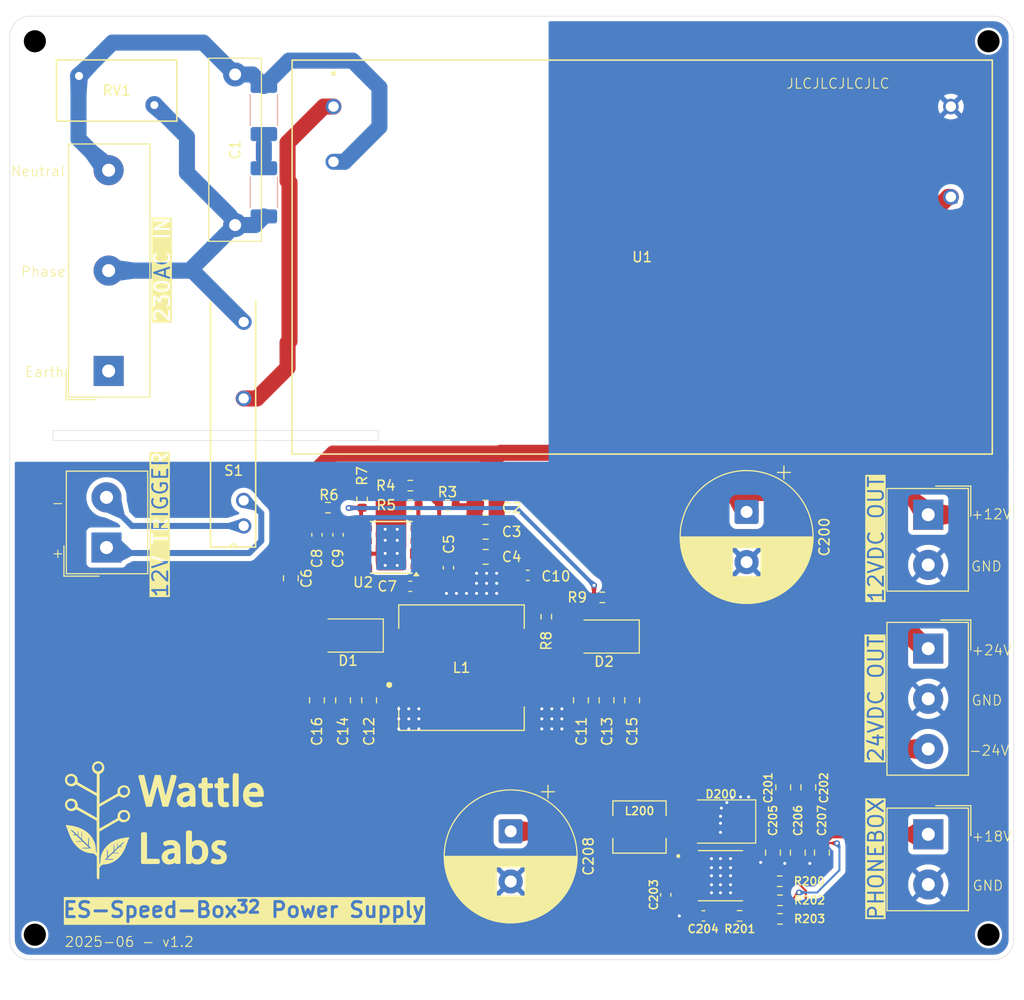
<source format=kicad_pcb>
(kicad_pcb (version 20241229) (generator "pcbnew") (generator_version "9.0")
  (layers (0 "F.Cu" signal) (2 "B.Cu" signal) (13 "F.Paste" user) (15 "B.Paste" user) (5 "F.SilkS" user "F.Silkscreen") (7 "B.SilkS" user "B.Silkscreen") (1 "F.Mask" user) (3 "B.Mask" user) (25 "Edge.Cuts" user))
  (property "DESIGNER" "Colin Williams")
  (property "PROJECT" "ES-Speed-Box^{32} - Power Supply")
  (property "STATUS" "Tested")
  (net 0 "")
  (net 1 "PHASE")
  (net 2 "NEUTRAL")
  (net 3 "GND")
  (net 4 "+24VDC")
  (net 5 "-24VDC")
  (net 6 "+12VDC")
  (net 7 "EARTH")
  (net 8 "PHASE_SWITCHED")
  (net 9 "/Power - Mains Input & 12V Trigger/TRIGGER+")
  (net 10 "/Power - Mains Input & 12V Trigger/TRIGGER-")
  (net 11 "Net-(R1-Pad2)")
  (net 14 "Net-(U2-BOOT)")
  (net 15 "Net-(D1-K)")
  (net 16 "Net-(U2-COMP)")
  (net 17 "Net-(D2-A)")
  (net 18 "Net-(U2-EN)")
  (net 19 "Net-(U2-RT{slash}CLK)")
  (net 20 "Net-(U2-FB)")
  (net 21 "Net-(C8-Pad1)")
  (net 22 "Net-(C10-Pad2)")
  (net 23 "+18VDC")
  (net 24 "Net-(U200-SS)")
  (net 25 "Net-(C204-Pad1)")
  (net 26 "/Power - 18VDC/SW")
  (net 27 "Net-(U200-FREQ)")
  (net 28 "Net-(U200-COMP)")
  (net 29 "Net-(U200-FB)")
  (footprint "Capacitor_SMD:C_0805_2012Metric" (layer "F.Cu") (at 77.8 105.149998 90)
    (property "Reference" "C12")
    (property "Value" "22u")
  )
  (footprint "Capacitor_SMD:C_0603_1608Metric" (layer "F.Cu") (at 81.9 93.8 180)
    (property "Reference" "C7")
    (property "Value" "100n")
  )
  (footprint "Capacitor_SMD:C_0603_1608Metric" (layer "F.Cu") (at 74.7 88.664998 -90)
    (property "Reference" "C9")
    (property "Value" "330p")
  )
  (footprint "Capacitor_SMD:C_0805_2012Metric" (layer "F.Cu") (at 118.025 120.325001 -90)
    (property "Reference" "C205")
    (property "Value" "4.7")
  )
  (footprint "Capacitor_SMD:C_0805_2012Metric" (layer "F.Cu") (at 98.9 105.149999 -90)
    (property "Reference" "C11")
    (property "Value" "22u")
  )
  (footprint "Capacitor_SMD:C_0805_2012Metric" (layer "F.Cu") (at 89.4 90.864998)
    (property "Reference" "C4")
    (property "Value" "22u")
  )
  (footprint "Wattle_Connectors:TerminalBlock_1x05_P5.00mm" (layer "F.Cu") (at 51.85 72.345 90)
    (property "Reference" "J1" (hide yes))
    (property "Value" "230VAC IN" (hide yes))
  )
  (footprint "Capacitor_SMD:C_0805_2012Metric" (layer "F.Cu") (at 89.4 88.364998)
    (property "Reference" "C3")
    (property "Value" "22u")
  )
  (footprint "Capacitor_SMD:C_0805_2012Metric" (layer "F.Cu") (at 70 93 -90)
    (property "Reference" "C6")
    (property "Value" "22u")
  )
  (footprint "Resistor_SMD:R_0603_1608Metric" (layer "F.Cu") (at 81.9 85.714998 180)
    (property "Reference" "R5")
    (property "Value" "412k")
  )
  (footprint "MountingHole:MountingHole_2.2mm_M2" (layer "F.Cu") (at 139.5 128.5)
    (property "Reference" "H4" (hide yes))
    (property "Value" "MountingHole" (hide yes))
  )
  (footprint "Capacitor_SMD:C_0603_1608Metric" (layer "F.Cu") (at 72.6 88.664998 -90)
    (property "Reference" "C8")
    (property "Value" "100n")
  )
  (footprint "Capacitor_SMD:C_0603_1608Metric" (layer "F.Cu") (at 93.6 92.7)
    (property "Reference" "C10")
    (property "Value" "470p")
  )
  (footprint "Wattle_Connectors:TerminalBlock_1x02_P5.00mm" (layer "F.Cu") (at 133.4925 86.6625 -90)
    (property "Reference" "J4" (hide yes))
    (property "Value" "12VDC" (hide yes))
  )
  (footprint "Resistor_SMD:R_0603_1608Metric" (layer "F.Cu") (at 73.7 85.964998 180)
    (property "Reference" "R6")
    (property "Value" "10k")
  )
  (footprint "Package_SO:TI_SO-PowerPAD-8_ThermalVias" (layer "F.Cu") (at 80 89.914998 180)
    (property "Reference" "U2")
    (property "Value" "TPS54340DDA")
  )
  (footprint "Wattle_Connectors:TerminalBlock_1x02_P5.00mm" (layer "F.Cu") (at 133.5 118.5 -90)
    (property "Reference" "J5" (hide yes))
    (property "Value" "18VDC" (hide yes))
  )
  (footprint "Capacitor_THT:C_Rect_L18.0mm_W5.0mm_P15.00mm_FKS3_FKP3" (layer "F.Cu") (at 64.45 57.8075 90)
    (property "Reference" "C1")
    (property "Value" "10n")
  )
  (footprint "Wattle_Inductors:Bournes_SRP5030T-100M" (layer "F.Cu") (at 104.73 117.775)
    (property "Reference" "L200")
    (property "Value" "10uH")
  )
  (footprint "Resistor_SMD:R_0603_1608Metric" (layer "F.Cu") (at 118.725 126.925)
    (property "Reference" "R203")
    (property "Value" "16.2k")
  )
  (footprint "Capacitor_THT:CP_Radial_D13.0mm_P5.00mm" (layer "F.Cu") (at 91.9 118.2 -90)
    (property "Reference" "C208")
    (property "Value" "1000u")
  )
  (footprint "LOGO" (layer "F.Cu") (at 57.4 117.1)
    (property "Reference" "G***" (hide yes))
    (property "Value" "LOGO" (hide yes))
  )
  (footprint "Resistor_SMD:R_0603_1608Metric" (layer "F.Cu") (at 118.7 123.175)
    (property "Reference" "R200")
    (property "Value" "105k")
  )
  (footprint "Resistor_SMD:R_0603_1608Metric" (layer "F.Cu") (at 95.45 96.825 -90)
    (property "Reference" "R8")
    (property "Value" "100")
  )
  (footprint "Diode_SMD:D_SMA" (layer "F.Cu") (at 101.2 98.8 180)
    (property "Reference" "D2")
    (property "Value" "B360A")
  )
  (footprint "Resistor_SMD:R_0603_1608Metric" (layer "F.Cu") (at 118.725 125.075 180)
    (property "Reference" "R202")
    (property "Value" "221k")
  )
  (footprint "MountingHole:MountingHole_2.2mm_M2" (layer "F.Cu") (at 44.5 128.5)
    (property "Reference" "H2" (hide yes))
    (property "Value" "MountingHole" (hide yes))
  )
  (footprint "Resistor_SMD:R_0603_1608Metric" (layer "F.Cu") (at 77.1 85.139998 -90)
    (property "Reference" "R7")
    (property "Value" "2k")
  )
  (footprint "Capacitor_SMD:C_0805_2012Metric" (layer "F.Cu") (at 121.55 113.825 -90)
    (property "Reference" "C202")
    (property "Value" "10u")
  )
  (footprint "Wattle_Regulators:TPS61175" (layer "F.Cu") (at 112.8 122.625)
    (property "Reference" "U200" (hide yes))
    (property "Value" "TPS61175PWPR")
  )
  (footprint "Diode_SMD:D_SMA" (layer "F.Cu") (at 75.7 98.699998 180)
    (property "Reference" "D1")
    (property "Value" "B360A")
  )
  (footprint "Wattle_Relays:AQG22212" (layer "F.Cu") (at 64.25 77.635 180)
    (property "Reference" "S1")
    (property "Value" "AQG22212")
  )
  (footprint "Capacitor_THT:CP_Radial_D13.0mm_P5.00mm" (layer "F.Cu") (at 115.4 86.384785 -90)
    (property "Reference" "C200")
    (property "Value" "1000u")
  )
  (footprint "Capacitor_SMD:C_0603_1608Metric" (layer "F.Cu") (at 107.35 124.525 -90)
    (property "Reference" "C203")
    (property "Value" "47n")
  )
  (footprint "Resistor_SMD:R_0603_1608Metric" (layer "F.Cu") (at 114.7 126.625 180)
    (property "Reference" "R201")
    (property "Value" "3.83k")
  )
  (footprint "Wattle_Power:IRM-30-12" (layer "F.Cu") (at 74.249998 46.005501)
    (property "Reference" "U1")
    (property "Value" "IRM-30-12")
  )
  (footprint "Resistor_SMD:R_0603_1608Metric" (layer "F.Cu") (at 85.6 85.714998 180)
    (property "Reference" "R3")
    (property "Value" "280k")
  )
  (footprint "Capacitor_SMD:C_0805_2012Metric" (layer "F.Cu") (at 101.45 105.149999 -90)
    (property "Reference" "C13")
    (property "Value" "22u")
  )
  (footprint "Capacitor_SMD:C_0805_2012Metric" (layer "F.Cu") (at 89.4 85.964998)
    (property "Reference" "C2")
    (property "Value" "22u")
  )
  (footprint "Varistor:RV_Disc_D12mm_W6.1mm_P7.5mm" (layer "F.Cu") (at 56.4 45.8575 180)
    (property "Reference" "RV1")
    (property "Value" "10D561")
  )
  (footprint "Capacitor_SMD:C_0805_2012Metric" (layer "F.Cu") (at 122.9 120.325001 -90)
    (property "Reference" "C207")
    (property "Value" "4.7")
  )
  (footprint "Capacitor_SMD:C_0603_1608Metric" (layer "F.Cu") (at 85.7 91.939998 -90)
    (property "Reference" "C5")
    (property "Value" "100n")
  )
  (footprint "Wattle_Connectors:TerminalBlock_1x02_P5.00mm" (layer "F.Cu") (at 51.6366 89.9323 90)
    (property "Reference" "J2" (hide yes))
    (property "Value" "12V Trigger Input" (hide yes))
  )
  (footprint "Capacitor_SMD:C_0805_2012Metric" (layer "F.Cu") (at 72.6 105.149998 90)
    (property "Reference" "C16")
    (property "Value" "22u")
  )
  (footprint "Resistor_SMD:R_0603_1608Metric" (layer "F.Cu") (at 81.9 83.764998 180)
    (property "Reference" "R4")
    (property "Value" "49.9k")
  )
  (footprint "Capacitor_SMD:C_0805_2012Metric" (layer "F.Cu") (at 75.2 105.149998 90)
    (property "Reference" "C14")
    (property "Value" "22u")
  )
  (footprint "Wattle_Connectors:TerminalBlock_1x03_P5.00mm" (layer "F.Cu") (at 133.4925 100 -90)
    (property "Reference" "J3" (hide yes))
    (property "Value" "DC OUT" (hide yes))
  )
  (footprint "MountingHole:MountingHole_2.2mm_M2" (layer "F.Cu") (at 44.5 39.5)
    (property "Reference" "H1" (hide yes))
    (property "Value" "MountingHole" (hide yes))
  )
  (footprint "Wattle_Inductors:Bournes_SRF1260-330M" (layer "F.Cu") (at 87 101.899998 90)
    (property "Reference" "L1")
    (property "Value" "2x33uH")
  )
  (footprint "Capacitor_SMD:C_0805_2012Metric" (layer "F.Cu") (at 119.05 113.825 -90)
    (property "Reference" "C201")
    (property "Value" "10u")
  )
  (footprint "Capacitor_SMD:C_0805_2012Metric" (layer "F.Cu") (at 104 105.149999 -90)
    (property "Reference" "C15")
    (property "Value" "22u")
  )
  (footprint "Diode_SMD:D_SMB" (layer "F.Cu") (at 112.65 117.225 180)
    (property "Reference" "D200")
    (property "Value" "B360B-13-F")
  )
  (footprint "Capacitor_SMD:C_0805_2012Metric" (layer "F.Cu") (at 120.5 120.325001 -90)
    (property "Reference" "C206")
    (property "Value" "4.7")
  )
  (footprint "Resistor_SMD:R_0603_1608Metric" (layer "F.Cu") (at 101.025 94.9)
    (property "Reference" "R9")
    (property "Value" "118k")
  )
  (footprint "MountingHole:MountingHole_2.2mm_M2" (layer "F.Cu") (at 139.5 39.5)
    (property "Reference" "H3" (hide yes))
    (property "Value" "MountingHole" (hide yes))
  )
  (footprint "Capacitor_SMD:C_0603_1608Metric" (layer "F.Cu") (at 111.1 126.625 180)
    (property "Reference" "C204")
    (property "Value" "15n")
  )
  (footprint "Resistor_SMD:R_2010_5025Metric_Pad1.40x2.65mm_HandSolder" (layer "B.Cu") (at 67.3125 46.345 90)
    (property "Reference" "R2" (hide yes))
    (property "Value" "2M")
  )
  (footprint "Resistor_SMD:R_2010_5025Metric_Pad1.40x2.65mm_HandSolder" (layer "B.Cu") (at 67.3125 54.545 90)
    (property "Reference" "R1" (hide yes))
    (property "Value" "2M")
  )
  (gr_arc (start 42 39) (mid 42.585786 37.585786) (end 44 37) (stroke (width 0.05)) (layer "Edge.Cuts"))
  (gr_line (start 42 129) (end 42 39) (stroke (width 0.05)) (layer "Edge.Cuts"))
  (gr_arc (start 142 129) (mid 141.414214 130.414214) (end 140 131) (stroke (width 0.05)) (layer "Edge.Cuts"))
  (gr_arc (start 140 37) (mid 141.414214 37.585786) (end 142 39) (stroke (width 0.05)) (layer "Edge.Cuts"))
  (gr_poly (pts (xy 46.3041 78.2698) (xy 78.7041 78.2698) (xy 78.7041 79.2698) (xy 46.3041 79.2698)) (stroke (width 0.05)) (fill no) (layer "Edge.Cuts"))
  (gr_line (start 140 131) (end 44 131) (stroke (width 0.05)) (layer "Edge.Cuts"))
  (gr_line (start 44 37) (end 140 37) (stroke (width 0.05)) (layer "Edge.Cuts"))
  (gr_arc (start 44 131) (mid 42.585786 130.414214) (end 42 129) (stroke (width 0.05)) (layer "Edge.Cuts"))
  (gr_line (start 142 39) (end 142 129) (stroke (width 0.05)) (layer "Edge.Cuts"))
  (gr_text "+" (at 46.1041 91.0698 0) (layer "F.SilkS") (effects (font (size 1 1) (thickness 0.1)) (justify left bottom)))
  (gr_text "GND" (at 137.85 124.2 0) (layer "F.SilkS") (effects (font (size 1 1) (thickness 0.1)) (justify left bottom)))
  (gr_text "+18V" (at 137.75 119.3 0) (layer "F.SilkS") (effects (font (size 1 1) (thickness 0.1)) (justify left bottom)))
  (gr_text "+12V" (at 137.7 87.2 0) (layer "F.SilkS") (effects (font (size 1 1) (thickness 0.1)) (justify left bottom)))
  (gr_text "+24V" (at 137.75 100.75 0) (layer "F.SilkS") (effects (font (size 1 1) (thickness 0.1)) (justify left bottom)))
  (gr_text "-24V" (at 137.5 110.75 0) (layer "F.SilkS") (effects (font (size 1 1) (thickness 0.1)) (justify left bottom)))
  (gr_text "-" (at 46.1041 86.0698 0) (layer "F.SilkS") (effects (font (size 1 1) (thickness 0.1)) (justify left bottom)))
  (gr_text "ES-Speed-Box^{32} Power Supply" (at 47.15 126.9 0) (layer "F.SilkS" knockout) (effects (font (size 1.5 1.5) (thickness 0.3) (bold yes)) (justify left bottom)))
  (gr_text "Phase" (at 43.05 63.035 0) (layer "F.SilkS") (effects (font (size 1 1) (thickness 0.1)) (justify left bottom)))
  (gr_text "Neutral" (at 42.05 53.035 0) (layer "F.SilkS") (effects (font (size 1 1) (thickness 0.1)) (justify left bottom)))
  (gr_text "2025-06 - v1.2" (at 47.4 129.8 0) (layer "F.SilkS") (effects (font (size 1 1) (thickness 0.1)) (justify left bottom)))
  (gr_text "GND" (at 137.75 105.75 0) (layer "F.SilkS") (effects (font (size 1 1) (thickness 0.1)) (justify left bottom)))
  (gr_text "JLCJLCJLCJLC" (at 119.3 44.3 0) (layer "F.SilkS") (effects (font (size 1 1) (thickness 0.1)) (justify left bottom)))
  (gr_text "GND" (at 137.7 92.4 0) (layer "F.SilkS") (effects (font (size 1 1) (thickness 0.1)) (justify left bottom)))
  (gr_text "Earth" (at 43.45 73.035 0) (layer "F.SilkS") (effects (font (size 1 1) (thickness 0.1)) (justify left bottom)))
  (segment (start 65.3041 67.4623) (end 60.1868 62.345) (width 1.6) (layer "B.Cu") (net 1))
  (segment (start 59.9125 62.345) (end 64.45 57.8075) (width 1.6) (layer "B.Cu") (net 1))
  (segment (start 64.45 57.8075) (end 66.45 57.8075) (width 1.6) (layer "B.Cu") (net 1))
  (segment (start 59.65 49.035) (end 59.65 52.6075) (width 1.6) (layer "B.Cu") (net 1))
  (segment (start 56.4725 45.8575) (end 59.65 49.035) (width 1.6) (layer "B.Cu") (net 1))
  (segment (start 60.1868 62.345) (end 51.85 62.345) (width 1.6) (layer "B.Cu") (net 1))
  (segment (start 51.96 62.345) (end 59.9125 62.345) (width 1.6) (layer "B.Cu") (net 1))
  (segment (start 56.4 45.8575) (end 56.4725 45.8575) (width 1.6) (layer "B.Cu") (net 1))
  (segment (start 66.45 57.8075) (end 67.3125 56.945) (width 1.6) (layer "B.Cu") (net 1))
  (segment (start 59.65 52.6075) (end 63.95 56.9075) (width 1.6) (layer "B.Cu") (net 1))
  (segment (start 78.825698 48.025392) (end 78.825698 44.110184) (width 1.6) (layer "B.Cu") (net 2))
  (segment (start 48.9 42.9575) (end 48.85 43.0075) (width 1.6) (layer "B.Cu") (net 2))
  (segment (start 69.827699 41.429801) (end 67.3125 43.945) (width 1.6) (layer "B.Cu") (net 2))
  (segment (start 74.249998 51.505501) (end 75.345589 51.505501) (width 1.6) (layer "B.Cu") (net 2))
  (segment (start 48.85 43.0075) (end 48.85 49.234999) (width 1.6) (layer "B.Cu") (net 2))
  (segment (start 78.825698 44.110184) (end 76.145315 41.429801) (width 1.6) (layer "B.Cu") (net 2))
  (segment (start 48.85 49.234999) (end 51.96 52.344999) (width 1.6) (layer "B.Cu") (net 2))
  (segment (start 75.345589 51.505501) (end 78.825698 48.025392) (width 1.6) (layer "B.Cu") (net 2))
  (segment (start 61.2775 39.635) (end 52.2225 39.635) (width 1.6) (layer "B.Cu") (net 2))
  (segment (start 64.45 42.8075) (end 61.2775 39.635) (width 1.6) (layer "B.Cu") (net 2))
  (segment (start 52.2225 39.635) (end 48.9 42.9575) (width 1.6) (layer "B.Cu") (net 2))
  (segment (start 66.175 42.8075) (end 67.3125 43.945) (width 1.6) (layer "B.Cu") (net 2))
  (segment (start 64.45 42.8075) (end 66.175 42.8075) (width 1.6) (layer "B.Cu") (net 2))
  (segment (start 76.145315 41.429801) (end 69.827699 41.429801) (width 1.6) (layer "B.Cu") (net 2))
  (segment (start 119.55 126.925) (end 118.774 127.701) (width 0.2) (layer "F.Cu") (net 3))
  (segment (start 92.185002 92.7) (end 90.35 90.864998) (width 0.4) (layer "F.Cu") (net 3))
  (segment (start 111.401 127.701) (end 110.325 126.625) (width 0.2) (layer "F.Cu") (net 3))
  (segment (start 116.8 127.701) (end 111.401 127.701) (width 0.2) (layer "F.Cu") (net 3))
  (segment (start 123.225 121.6) (end 122.9 121.275) (width 0.4) (layer "F.Cu") (net 3))
  (segment (start 113.936578 114.836578) (end 113.436578 115.336578) (width 0.8) (layer "F.Cu") (net 3))
  (segment (start 114.8 114.774999) (end 113.998158 114.774999) (width 0.8) (layer "F.Cu") (net 3))
  (segment (start 108.075 124.575) (end 107.35 125.3) (width 0.2) (layer "F.Cu") (net 3))
  (segment (start 108.7 126.625) (end 108.675 126.625) (width 0.2) (layer "F.Cu") (net 3))
  (segment (start 120.35 123.175) (end 121.3 124.125) (width 0.2) (layer "F.Cu") (net 3))
  (segment (start 113.998158 114.774999) (end 113.936578 114.836578) (width 0.8) (layer "F.Cu") (net 3))
  (segment (start 108.675 126.625) (end 107.35 125.3) (width 0.2) (layer "F.Cu") (net 3))
  (segment (start 119.05 114.774999) (end 115.6 114.774999) (width 0.8) (layer "F.Cu") (net 3))
  (segment (start 112.8 115.973157) (end 112.8 116.7) (width 0.8) (layer "F.Cu") (net 3))
  (segment (start 113.436578 115.336578) (end 112.886578 115.886578) (width 0.8) (layer "F.Cu") (net 3))
  (segment (start 112.8 117.4) (end 112.8 118.3) (width 0.8) (layer "F.Cu") (net 3))
  (segment (start 121.55 114.774999) (end 119.05 114.774999) (width 0.8) (layer "F.Cu") (net 3))
  (segment (start 115.6 114.774999) (end 114.8 114.774999) (width 0.8) (layer "F.Cu") (net 3))
  (segment (start 112.8 118.3) (end 112.8 121.825) (width 0.8) (layer "F.Cu") (net 3))
  (segment (start 120.4 126.925) (end 119.55 126.925) (width 0.2) (layer "F.Cu") (net 3))
  (segment (start 121.3 124.125) (end 121.3 126.025) (width 0.2) (layer "F.Cu") (net 3))
  (segment (start 112.886578 115.886578) (end 112.8 115.973157) (width 0.8) (layer "F.Cu") (net 3))
  (segment (start 119.525 123.175) (end 120.35 123.175) (width 0.2) (layer "F.Cu") (net 3))
  (segment (start 110.325 126.625) (end 108.7 126.625) (width 0.2) (layer "F.Cu") (net 3))
  (segment (start 112.8 116.7) (end 112.8 117.4) (width 0.8) (layer "F.Cu") (net 3))
  (segment (start 110 123.925) (end 110 124.575) (width 0.2) (layer "F.Cu") (net 3))
  (segment (start 110 124.575) (end 108.075 124.575) (width 0.2) (layer "F.Cu") (net 3))
  (segment (start 118.774 127.701) (end 116.8 127.701) (width 0.2) (layer "F.Cu") (net 3))
  (segment (start 121.3 126.025) (end 120.4 126.925) (width 0.2) (layer "F.Cu") (net 3))
  (segment (start 92.825 92.7) (end 92.185002 92.7) (width 0.4) (layer "F.Cu") (net 3))
  (via (at 112.886578 115.886578) (size 0.6) (drill 0.3) (layers "F.Cu" "B.Cu") (net 3))
  (via (at 85.5 94.5) (size 0.6) (drill 0.3) (layers "F.Cu" "B.Cu") (net 3))
  (via (at 96 106) (size 0.6) (drill 0.3) (layers "F.Cu" "B.Cu") (net 3))
  (via (at 112.8 124.325) (size 0.6) (drill 0.3) (layers "F.Cu" "B.Cu") (net 3))
  (via (at 111.9 120.925) (size 0.6) (drill 0.3) (layers "F.Cu" "B.Cu") (net 3))
  (via (at 115.6 114.774999) (size 0.6) (drill 0.3) (layers "F.Cu" "B.Cu") (net 3))
  (via (at 80.75 106) (size 0.6) (drill 0.3) (layers "F.Cu" "B.Cu") (net 3))
  (via (at 90.5 94.5) (size 0.6) (drill 0.3) (layers "F.Cu" "B.Cu") (net 3))
  (via (at 88.5 92.5) (size 0.6) (drill 0.3) (layers "F.Cu" "B.Cu") (net 3))
  (via (at 81.75 107) (size 0.6) (drill 0.3) (layers "F.Cu" "B.Cu") (net 3))
  (via (at 112.8 122.625) (size 0.6) (drill 0.3) (layers "F.Cu" "B.Cu") (net 3))
  (via (at 95 106) (size 0.6) (drill 0.3) (layers "F.Cu" "B.Cu") (net 3))
  (via (at 80.75 107) (size 0.6) (drill 0.3) (layers "F.Cu" "B.Cu") (net 3))
  (via (at 88.5 93.5) (size 0.6) (drill 0.3) (layers "F.Cu" "B.Cu") (net 3))
  (via (at 89.5 92.5) (size 0.6) (drill 0.3) (layers "F.Cu" "B.Cu") (net 3))
  (via (at 95 108) (size 0.6) (drill 0.3) (layers "F.Cu" "B.Cu") (net 3))
  (via (at 113.936578 114.836578) (size 0.6) (drill 0.3) (layers "F.Cu" "B.Cu") (net 3))
  (via (at 111.9 122.625) (size 0.6) (drill 0.3) (layers "F.Cu" "B.Cu") (net 3))
  (via (at 112.8 121.825) (size 0.6) (drill 0.3) (layers "F.Cu" "B.Cu") (net 3))
  (via (at 86.5 94.5) (size 0.6) (drill 0.3) (layers "F.Cu" "B.Cu") (net 3))
  (via (at 90.5 93.5) (size 0.6) (drill 0.3) (layers "F.Cu" "B.Cu") (net 3))
  (via (at 95 107) (size 0.6) (drill 0.3) (layers "F.Cu" "B.Cu") (net 3))
  (via (at 108.7 126.625) (size 0.6) (drill 0.3) (layers "F.Cu" "B.Cu") (net 3))
  (via (at 121.7 121.4) (size 0.6) (drill 0.3) (layers "F.Cu" "B.Cu") (net 3))
  (via (at 111.9 124.325) (size 0.6) (drill 0.3) (layers "F.Cu" "B.Cu") (net 3))
  (via (at 97 106) (size 0.6) (drill 0.3) (layers "F.Cu" "B.Cu") (net 3))
  (via (at 111.9 121.825) (size 0.6) (drill 0.3) (layers "F.Cu" "B.Cu") (net 3))
  (via (at 97 107) (size 0.6) (drill 0.3) (layers "F.Cu" "B.Cu") (net 3))
  (via (at 112.8 117.4) (size 0.6) (drill 0.3) (layers "F.Cu" "B.Cu") (net 3))
  (via (at 81.75 106) (size 0.6) (drill 0.3) (layers "F.Cu" "B.Cu") (net 3))
  (via (at 82.75 108) (size 0.6) (drill 0.3) (layers "F.Cu" "B.Cu") (net 3))
  (via (at 113.8 121.825) (size 0.6) (drill 0.3) (layers "F.Cu" "B.Cu") (net 3))
  (via (at 96 108) (size 0.6) (drill 0.3) (layers "F.Cu" "B.Cu") (net 3))
  (via (at 114.8 114.774999) (size 0.6) (drill 0.3) (layers "F.Cu" "B.Cu") (net 3))
  (via (at 89.5 93.5) (size 0.6) (drill 0.3) (layers "F.Cu" "B.Cu") (net 3))
  (via (at 81.75 108) (size 0.6) (drill 0.3) (layers "F.Cu" "B.Cu") (net 3))
  (via (at 119.2 121.4) (size 0.6) (drill 0.3) (layers "F.Cu" "B.Cu") (net 3))
  (via (at 96 107) (size 0.6) (drill 0.3) (layers "F.Cu" "B.Cu") (net 3))
  (via (at 113.8 124.325) (size 0.6) (drill 0.3) (layers "F.Cu" "B.Cu") (net 3))
  (via (at 80.75 108) (size 0.6) (drill 0.3) (layers "F.Cu" "B.Cu") (net 3))
  (via (at 113.436578 115.336578) (size 0.6) (drill 0.3) (layers "F.Cu" "B.Cu") (net 3))
  (via (at 89.5 94.5) (size 0.6) (drill 0.3) (layers "F.Cu" "B.Cu") (net 3))
  (via (at 112.8 120.925) (size 0.6) (drill 0.3) (layers "F.Cu" "B.Cu") (net 3))
  (via (at 97 108) (size 0.6) (drill 0.3) (layers "F.Cu" "B.Cu") (net 3))
  (via (at 113.8 123.525) (size 0.6) (drill 0.3) (layers "F.Cu" "B.Cu") (net 3))
  (via (at 112.8 118.3) (size 0.6) (drill 0.3) (layers "F.Cu" "B.Cu") (net 3))
  (via (at 82.75 106) (size 0.6) (drill 0.3) (layers "F.Cu" "B.Cu") (net 3))
  (via (at 113.8 120.925) (size 0.6) (drill 0.3) (layers "F.Cu" "B.Cu") (net 3))
  (via (at 113.8 122.625) (size 0.6) (drill 0.3) (layers "F.Cu" "B.Cu") (net 3))
  (via (at 112.8 116.7) (size 0.6) (drill 0.3) (layers "F.Cu" "B.Cu") (net 3))
  (via (at 112.8 123.525) (size 0.6) (drill 0.3) (layers "F.Cu" "B.Cu") (net 3))
  (via (at 87.5 94.5) (size 0.6) (drill 0.3) (layers "F.Cu" "B.Cu") (net 3))
  (via (at 116.8 121.3) (size 0.6) (drill 0.3) (layers "F.Cu" "B.Cu") (net 3))
  (via (at 111.9 123.525) (size 0.6) (drill 0.3) (layers "F.Cu" "B.Cu") (net 3))
  (via (at 82.75 107) (size 0.6) (drill 0.3) (layers "F.Cu" "B.Cu") (net 3))
  (via (at 88.5 94.5) (size 0.6) (drill 0.3) (layers "F.Cu" "B.Cu") (net 3))
  (via (at 90.5 92.5) (size 0.6) (drill 0.3) (layers "F.Cu" "B.Cu") (net 3))
  (segment (start 103.5 98.5) (end 131.9925 98.5) (width 1.6) (layer "F.Cu") (net 4))
  (segment (start 101.85 95.55) (end 103.2 96.9) (width 0.4) (layer "F.Cu") (net 4))
  (segment (start 103.2 96.9) (end 103.2 98.8) (width 0.4) (layer "F.Cu") (net 4))
  (segment (start 103.2 98.8) (end 103.5 98.5) (width 1.6) (layer "F.Cu") (net 4))
  (segment (start 131.9925 98.5) (end 133.4925 100) (width 1.6) (layer "F.Cu") (net 4))
  (segment (start 101.85 94.9) (end 101.85 95.55) (width 0.4) (layer "F.Cu") (net 4))
  (segment (start 80.525 84.314998) (end 81.075 83.764998) (width 0.4) (layer "F.Cu") (net 5))
  (segment (start 77.1 84.314998) (end 80.525 84.314998) (width 0.4) (layer "F.Cu") (net 5))
  (segment (start 68 108) (end 68 101.199998) (width 1.6) (layer "F.Cu") (net 5))
  (segment (start 79.365 90.549998) (end 80 89.914998) (width 0.4) (layer "F.Cu") (net 5))
  (segment (start 133.4925 110) (end 70 110) (width 1.6) (layer "F.Cu") (net 5))
  (segment (start 70.5 98.699998) (end 73.7 98.699998) (width 1.6) (layer "F.Cu") (net 5))
  (segment (start 77.3 90.549998) (end 79.365 90.549998) (width 0.4) (layer "F.Cu") (net 5))
  (segment (start 68 101.199998) (end 70.5 98.699998) (width 1.6) (layer "F.Cu") (net 5))
  (segment (start 70 110) (end 68 108) (width 1.6) (layer "F.Cu") (net 5))
  (segment (start 105.075 112.7) (end 99.575 118.2) (width 1.6) (layer "F.Cu") (net 6))
  (segment (start 116.9 84.5) (end 114.055503 84.5) (width 1.6) (layer "F.Cu") (net 6))
  (segment (start 137.3625 86.6625) (end 133.4925 86.6625) (width 1.6) (layer "F.Cu") (net 6))
  (segment (start 102.31 117.515) (end 102.31 115.465) (width 1.6) (layer "F.Cu") (net 6))
  (segment (start 110.155503 80.344497) (end 110.155503 80.6) (width 1.6) (layer "F.Cu") (net 6))
  (segment (start 90.8292 80.5708) (end 88.45 82.95) (width 1.6) (layer "F.Cu") (net 6))
  (segment (start 102.31 117.515) (end 102.31 117.775) (width 0.2) (layer "F.Cu") (net 6))
  (segment (start 115.8 86.6) (end 115.8 86.244497) (width 1.6) (layer "F.Cu") (net 6))
  (segment (start 99.575 118.2) (end 91.9 118.2) (width 1.6) (layer "F.Cu") (net 6))
  (segment (start 110 122.625) (end 110 121.975) (width 0.2) (layer "F.Cu") (net 6))
  (segment (start 110 121.975) (end 106.51 121.975) (width 0.3) (layer "F.Cu") (net 6))
  (segment (start 105.1 112.7) (end 122.258951 112.7) (width 1.6) (layer "F.Cu") (net 6))
  (segment (start 86.425 85.714998) (end 88.2 85.714998) (width 0.4) (layer "F.Cu") (net 6))
  (segment (start 135.750002 55.005501) (end 135.494499 55.005501) (width 1.6) (layer "F.Cu") (net 6))
  (segment (start 115.8 86.244497) (end 114.055503 84.5) (width 1.6) (layer "F.Cu") (net 6))
  (segment (start 70 84.8) (end 70 92.050001) (width 1.6) (layer "F.Cu") (net 6))
  (segment (start 88.2 85.714998) (end 88.45 85.964998) (width 0.4) (layer "F.Cu") (net 6))
  (segment (start 131.33 84.5) (end 116.9 84.5) (width 1.6) (layer "F.Cu") (net 6))
  (segment (start 122.258951 112.7) (end 123.476 113.917049) (width 1.6) (layer "F.Cu") (net 6))
  (segment (start 88.45 82.95) (end 88.45 85.964998) (width 1.6) (layer "F.Cu") (net 6))
  (segment (start 137.825 114) (end 139.7 112.125) (width 1.6) (layer "F.Cu") (net 6))
  (segment (start 123.476 114) (end 137.825 114) (width 1.6) (layer "F.Cu") (net 6))
  (segment (start 105.075 112.7) (end 105.1 112.7) (width 1.6) (layer "F.Cu") (net 6))
  (segment (start 102.31 115.465) (end 105.075 112.7) (width 1.6) (layer "F.Cu") (net 6))
  (segment (start 90.9 80.5) (end 90.8292 80.5708) (width 1.6) (layer "F.Cu") (net 6))
  (segment (start 90.8292 80.5708) (end 74.2292 80.5708) (width 1.6) (layer "F.Cu") (net 6))
  (segment (start 106.51 121.975) (end 102.31 117.775) (width 0.3) (layer "F.Cu") (net 6))
  (segment (start 133.4925 86.6625) (end 131.33 84.5) (width 1.6) (layer "F.Cu") (net 6))
  (segment (start 114.055503 84.5) (end 110.155503 80.6) (width 1.6) (layer "F.Cu") (net 6))
  (segment (start 110.155503 80.6) (end 110.055503 80.5) (width 1.6) (layer "F.Cu") (net 6))
  (segment (start 110.055503 80.5) (end 90.9 80.5) (width 1.6) (layer "F.Cu") (net 6))
  (segment (start 139.7 89) (end 137.3625 86.6625) (width 1.6) (layer "F.Cu") (net 6))
  (segment (start 74.2292 80.5708) (end 70 84.8) (width 1.6) (layer "F.Cu") (net 6))
  (segment (start 135.494499 55.005501) (end 110.155503 80.344497) (width 1.6) (layer "F.Cu") (net 6))
  (segment (start 139.7 112.125) (end 139.7 89) (width 1.6) (layer "F.Cu") (net 6))
  (segment (start 123.476 113.917049) (end 123.476 114) (width 1.6) (layer "F.Cu") (net 6))
  (segment (start 136.237501 55.493) (end 135.750002 55.005501) (width 0.4) (layer "B.Cu") (net 6))
  (segment (start 69.8671 53.59362) (end 69.8671 69.352357) (width 1.6) (layer "F.Cu") (net 8))
  (segment (start 66.6109 75.0823) (end 65.3041 75.0823) (width 1.6) (layer "F.Cu") (net 8))
  (segment (start 69.8671 69.352357) (end 69.674298 69.545159) (width 1.6) (layer "F.Cu") (net 8))
  (segment (start 69.674298 72.018902) (end 66.6109 75.0823) (width 1.6) (layer "F.Cu") (net 8))
  (segment (start 69.674298 53.400818) (end 69.8671 53.59362) (width 1.6) (layer "F.Cu") (net 8))
  (segment (start 73.278981 46.005501) (end 69.674298 49.610184) (width 1.6) (layer "F.Cu") (net 8))
  (segment (start 69.674298 69.545159) (end 69.674298 72.018902) (width 1.6) (layer "F.Cu") (net 8))
  (segment (start 69.674298 49.610184) (end 69.674298 53.400818) (width 1.6) (layer "F.Cu") (net 8))
  (segment (start 74.249998 46.005501) (end 73.278981 46.005501) (width 1.6) (layer "F.Cu") (net 8))
  (segment (start 67.0541 89.278515) (end 65.852814 90.479801) (width 0.6) (layer "B.Cu") (net 9))
  (segment (start 65.3041 85.2423) (end 65.7766 85.2423) (width 0.2) (layer "B.Cu") (net 9))
  (segment (start 65.7766 85.2423) (end 67.0541 86.5198) (width 0.6) (layer "B.Cu") (net 9))
  (segment (start 65.852814 90.479801) (end 51.8666 90.479801) (width 0.6) (layer "B.Cu") (net 9))
  (segment (start 67.0541 86.5198) (end 67.0541 89.278515) (width 0.6) (layer "B.Cu") (net 9))
  (segment (start 65.3041 87.7823) (end 54.169099 87.7823) (width 0.6) (layer "B.Cu") (net 10))
  (segment (start 54.169099 87.7823) (end 51.8666 85.479801) (width 0.6) (layer "B.Cu") (net 10))
  (segment (start 67.3125 49.745) (end 67.3125 51.145) (width 1.6) (layer "B.Cu") (net 11))
  (segment (start 82.675 93.8) (end 82.675 91.844998) (width 0.4) (layer "F.Cu") (net 14))
  (segment (start 82.675 91.844998) (end 82.7 91.819998) (width 0.4) (layer "F.Cu") (net 14))
  (segment (start 74.525 85.964998) (end 74.525 87.714998) (width 0.4) (layer "F.Cu") (net 16))
  (segment (start 76.565 89.279998) (end 77.3 89.279998) (width 0.4) (layer "F.Cu") (net 16))
  (segment (start 74.7 87.889998) (end 75.175 87.889998) (width 0.4) (layer "F.Cu") (net 16))
  (segment (start 74.525 87.714998) (end 74.7 87.889998) (width 0.4) (layer "F.Cu") (net 16))
  (segment (start 75.175 87.889998) (end 76.565 89.279998) (width 0.4) (layer "F.Cu") (net 16))
  (segment (start 83.875 89.279998) (end 82.7 89.279998) (width 0.4) (layer "F.Cu") (net 18))
  (segment (start 84.775 88.379998) (end 83.875 89.279998) (width 0.4) (layer "F.Cu") (net 18))
  (segment (start 84.775 85.714998) (end 84.675 85.714998) (width 0.4) (layer "F.Cu") (net 18))
  (segment (start 84.775 85.714998) (end 84.775 88.379998) (width 0.4) (layer "F.Cu") (net 18))
  (segment (start 84.675 85.714998) (end 82.725 83.764998) (width 0.4) (layer "F.Cu") (net 18))
  (segment (start 82.7 85.739998) (end 82.725 85.714998) (width 0.4) (layer "F.Cu") (net 19))
  (segment (start 82.7 88.009998) (end 82.7 85.739998) (width 0.4) (layer "F.Cu") (net 19))
  (segment (start 77.1 85.964998) (end 75.785002 85.964998) (width 0.4) (layer "F.Cu") (net 20))
  (segment (start 100.2 94.9) (end 100.2 93.7) (width 0.4) (layer "F.Cu") (net 20))
  (segment (start 77 87.709998) (end 77 86.064998) (width 0.4) (layer "F.Cu") (net 20))
  (segment (start 77.3 88.009998) (end 77 87.709998) (width 0.4) (layer "F.Cu") (net 20))
  (segment (start 75.785002 85.964998) (end 75.75 86) (width 0.4) (layer "F.Cu") (net 20))
  (segment (start 77 86.064998) (end 77.1 85.964998) (width 0.4) (layer "F.Cu") (net 20))
  (via (at 100.2 93.7) (size 0.6) (drill 0.3) (layers "F.Cu" "B.Cu") (net 20))
  (via (at 75.75 86) (size 0.6) (drill 0.3) (layers "F.Cu" "B.Cu") (net 20))
  (segment (start 92.5 86) (end 75.75 86) (width 0.4) (layer "B.Cu") (net 20))
  (segment (start 100.2 93.7) (end 92.5 86) (width 0.4) (layer "B.Cu") (net 20))
  (segment (start 72.6 87.889998) (end 72.6 86.239998) (width 0.4) (layer "F.Cu") (net 21))
  (segment (start 72.6 86.239998) (end 72.875 85.964998) (width 0.4) (layer "F.Cu") (net 21))
  (segment (start 95.45 96) (end 95.45 93.775) (width 0.4) (layer "F.Cu") (net 22))
  (segment (start 95.45 93.775) (end 94.375 92.7) (width 0.4) (layer "F.Cu") (net 22))
  (segment (start 122.9 119.375002) (end 118.025 119.375002) (width 0.8) (layer "F.Cu") (net 23))
  (segment (start 122.9 119.375002) (end 123.775002 118.5) (width 0.8) (layer "F.Cu") (net 23))
  (segment (start 116.950003 119.375002) (end 114.800001 117.225) (width 0.8) (layer "F.Cu") (net 23))
  (segment (start 118.025 119.375002) (end 116.950003 119.375002) (width 0.8) (layer "F.Cu") (net 23))
  (segment (start 123.775002 118.5) (end 133.5 118.5) (width 0.8) (layer "F.Cu") (net 23))
  (segment (start 119.55 125.075) (end 119.85 125.075) (width 0.2) (layer "F.Cu") (net 23))
  (segment (start 119.85 125.075) (end 120.625735 124.299265) (width 0.2) (layer "F.Cu") (net 23))
  (segment (start 124.375002 119.375002) (end 122.9 119.375002) (width 0.2) (layer "F.Cu") (net 23))
  (segment (start 124.4 119.4) (end 124.375002 119.375002) (width 0.2) (layer "F.Cu") (net 23))
  (via (at 120.625735 124.299265) (size 0.6) (drill 0.3) (layers "F.Cu" "B.Cu") (net 23))
  (via (at 124.4 119.4) (size 0.6) (drill 0.3) (layers "F.Cu" "B.Cu") (net 23))
  (segment (start 124.65 119.65) (end 124.65 122.075) (width 0.2) (layer "B.Cu") (net 23))
  (segment (start 124.65 122.075) (end 122.425735 124.299265) (width 0.2) (layer "B.Cu") (net 23))
  (segment (start 122.425735 124.299265) (end 120.625735 124.299265) (width 0.2) (layer "B.Cu") (net 23))
  (segment (start 124.4 119.4) (end 124.6 119.4) (width 0.2) (layer "B.Cu") (net 23))
  (segment (start 124.4 119.4) (end 124.65 119.65) (width 0.2) (layer "B.Cu") (net 23))
  (segment (start 110 123.275) (end 107.825 123.275) (width 0.2) (layer "F.Cu") (net 24))
  (segment (start 107.825 123.275) (end 107.35 123.75) (width 0.2) (layer "F.Cu") (net 24))
  (segment (start 113.875 126.625) (end 111.875 126.625) (width 0.2) (layer "F.Cu") (net 25))
  (segment (start 117.625 123.275) (end 117.725 123.175) (width 0.2) (layer "F.Cu") (net 27))
  (segment (start 115.6 123.275) (end 117.625 123.275) (width 0.2) (layer "F.Cu") (net 27))
  (segment (start 115.6 124.575) (end 115.6 126.55) (width 0.2) (layer "F.Cu") (net 28))
  (segment (start 115.6 126.55) (end 115.525 126.625) (width 0.2) (layer "F.Cu") (net 28))
  (segment (start 115.6 123.925) (end 116.75 123.925) (width 0.2) (layer "F.Cu") (net 29))
  (segment (start 117.9 125.075) (end 117.9 126.925) (width 0.2) (layer "F.Cu") (net 29))
  (segment (start 116.75 123.925) (end 117.9 125.075) (width 0.2) (layer "F.Cu") (net 29))
  (zone (net 5) (net_name "-24VDC") (layer "F.Cu") (priority 1) (connect_pads yes (clearance 0)) (min_thickness 0.25) (fill yes (thermal_gap 0.5) (thermal_bridge_width 0.5) (smoothing chamfer) (radius 0.25))
    (polygon (pts (xy 78.45 83.214998) (xy 78.45 92.214998) (xy 81.5 92.214998) (xy 81.5 83.214998)))
  )
  (zone (net 5) (net_name "-24VDC") (layer "F.Cu") (priority 11) (connect_pads yes (clearance 0)) (min_thickness 0.25) (fill yes (thermal_gap 0.5) (thermal_bridge_width 0.5) (smoothing chamfer) (radius 0.25))
    (polygon (pts (xy 71.75 89) (xy 71.75 102.5) (xy 75.5 102.5) (xy 75.5 91) (xy 78 91) (xy 78 90) (xy 75.5 90) (xy 75.5 89)))
  )
  (zone (net 4) (net_name "+24VDC") (layer "F.Cu") (priority 6) (connect_pads yes (clearance 0)) (min_thickness 0.25) (fill yes (thermal_gap 0.5) (thermal_bridge_width 0.5) (smoothing chamfer) (radius 0.25))
    (polygon (pts (xy 101.9 96.914998) (xy 106.9 96.914998) (xy 106.9 104.914998) (xy 97.7 104.914998) (xy 97.7 101.8) (xy 101.9 99.914998)))
  )
  (zone (net 3) (net_name "GND") (layer "F.Cu") (priority 4) (connect_pads yes (clearance 0)) (min_thickness 0.25) (fill yes (thermal_gap 0.5) (thermal_bridge_width 0.5) (smoothing chamfer) (radius 0.25))
    (polygon (pts (xy 84.9 92.114998) (xy 84.9 95.014998) (xy 91.3 95.014998) (xy 91.3 84.614998) (xy 89.7 84.614998) (xy 89.7 92.114998)))
  )
  (zone (net 17) (net_name "Net-(D2-A)") (layer "F.Cu") (priority 8) (connect_pads yes (clearance 0)) (min_thickness 0.25) (fill yes (thermal_gap 0.5) (thermal_bridge_width 0.5) (smoothing chamfer) (radius 0.25))
    (polygon (pts (xy 88.8 97) (xy 100.5 97) (xy 100.5 99.7) (xy 93.6 101.6) (xy 88.8 101.6)))
  )
  (zone (net 6) (net_name "+12VDC") (layer "F.Cu") (priority 3) (connect_pads yes (clearance 0)) (min_thickness 0.25) (fill yes (thermal_gap 0.5) (thermal_bridge_width 0.5) (smoothing chamfer) (radius 0.25))
    (polygon (pts (xy 87.5 83.314998) (xy 89.1 83.314998) (xy 89.1 91.914998) (xy 84.9 91.914998) (xy 84.9 91.114998) (xy 81.7 91.114998) (xy 81.7 89.914998) (xy 87.5 89.914998)))
  )
  (zone (net 3) (net_name "GND") (layer "F.Cu") (priority 5) (connect_pads yes (clearance 0)) (min_thickness 0.25) (fill yes (thermal_gap 0.5) (thermal_bridge_width 0.5) (smoothing chamfer) (radius 0.25))
    (polygon (pts (xy 79.9 102.314998) (xy 79.9 106.714998) (xy 94.1 106.714998) (xy 94.1 102.314998)))
  )
  (zone (net 3) (net_name "GND") (layer "F.Cu") (priority 6) (connect_pads yes (clearance 0.2)) (min_thickness 0.25) (fill yes (thermal_gap 0.5) (thermal_bridge_width 0.5) (smoothing chamfer) (radius 0.25))
    (polygon (pts (xy 113.45 120.475) (xy 123.95 120.475) (xy 123.95 122.175) (xy 113.45 122.175)))
  )
  (zone (net 26) (net_name "/Power - 18VDC/SW") (layer "F.Cu") (priority 7) (connect_pads yes (clearance 0.2)) (min_thickness 0.25) (fill yes (thermal_gap 0.5) (thermal_bridge_width 0.5) (smoothing chamfer) (radius 0.25))
    (polygon (pts (xy 106 116.075) (xy 106 118.775) (xy 109.05 118.775) (xy 109.05 121.625) (xy 110.85 121.625) (xy 110.85 118.425) (xy 111.75 118.425) (xy 111.75 116.075)))
  )
  (zone (net 3) (net_name "GND") (layer "F.Cu") (priority 7) (connect_pads yes (clearance 0)) (min_thickness 0.25) (fill yes (thermal_gap 0.5) (thermal_bridge_width 0.5) (smoothing chamfer) (radius 0.25))
    (polygon (pts (xy 71.5 105.514998) (xy 106.85 105.514998) (xy 106.85 108.664998) (xy 71.5 108.664998)))
  )
  (zone (net 15) (net_name "Net-(D1-K)") (layer "F.Cu") (priority 2) (connect_pads yes (clearance 0)) (min_thickness 0.25) (fill yes (thermal_gap 0.5) (thermal_bridge_width 0.5) (smoothing chamfer) (radius 0.25))
    (polygon (pts (xy 75.9 91.514998) (xy 75.9 101.514998) (xy 85.1 101.514998) (xy 85.1 99.114982) (xy 81.6 96.003871) (xy 81.6 93.114998) (xy 78.1 93.114998) (xy 78.1 91.514998)))
  )
  (zone (net 5) (net_name "-24VDC") (layer "F.Cu") (priority 10) (connect_pads yes (clearance 0)) (min_thickness 0.25) (fill yes (thermal_gap 0.5) (thermal_bridge_width 0.5) (smoothing chamfer) (radius 0.25))
    (polygon (pts (xy 68.5 93.5) (xy 68.5 104.75) (xy 79 104.75) (xy 79 103) (xy 76 103) (xy 72 95) (xy 72 93.5)))
  )
  (zone (net 3) (net_name "GND") (layer "B.Cu") (connect_pads (clearance 0.5)) (min_thickness 0.25) (fill yes (thermal_gap 0.5) (thermal_bridge_width 0.5))
    (polygon (pts (xy 41.027755 81.39) (xy 143.052755 81.39) (xy 143.052755 135) (xy 41.027755 135)))
  )
  (zone (net 3) (net_name "GND") (layer "B.Cu") (connect_pads (clearance 0.5)) (min_thickness 0.25) (fill yes (thermal_gap 0.5) (thermal_bridge_width 0.5))
    (polygon (pts (xy 95.675 35.39) (xy 143 35.39) (xy 143 82.09) (xy 95.675 82.09)))
  )
)
</source>
